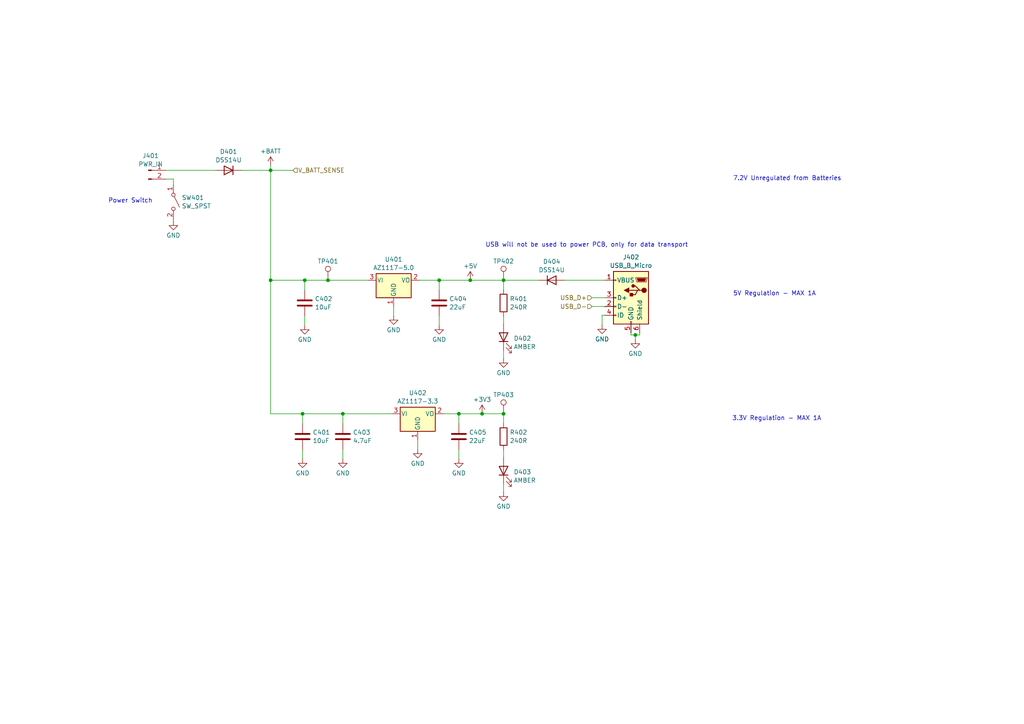
<source format=kicad_sch>
(kicad_sch (version 20231120) (generator "eeschema") (generator_version "8.0")
  (paper "A4")
  (title_block (title "Anduril-1 Flight Computer") (date "2024-02-22") (rev "V1.0") (company "UVic Rocketry"))
  (lib_symbols
    (symbol "Connector:Conn_01x02_Pin" (pin_names (offset 1.016) hide)
      (property "Reference" "J" (at 0 2.54 0))
      (property "Value" "Conn_01x02_Pin" (at 0 -5.08 0))
      (symbol "Conn_01x02_Pin_1_1"
        (polyline (pts (xy 1.27 -2.54) (xy 0.8636 -2.54)) (stroke (width 0.1524)))
        (polyline (pts (xy 1.27 0) (xy 0.8636 0)) (stroke (width 0.1524)))
        (rectangle (start 0.8636 -2.413) (end 0 -2.667) (stroke (width 0.1524)) (fill (type outline)))
        (rectangle (start 0.8636 0.127) (end 0 -0.127) (stroke (width 0.1524)) (fill (type outline)))
        (pin passive line (at 5.08 0 180) (length 3.81) (name "Pin_1") (number "1"))
        (pin passive line (at 5.08 -2.54 180) (length 3.81) (name "Pin_2") (number "2"))
      )
    )
    (symbol "Connector:TestPoint" (pin_numbers hide) (pin_names (offset 0.762) hide)
      (property "Reference" "TP" (at 0 6.858 0))
      (property "Value" "TestPoint" (at 0 5.08 0))
      (symbol "TestPoint_0_1"
        (circle (center 0 3.302) (radius 0.762))
      )
      (symbol "TestPoint_1_1"
        (pin passive line (at 0 0 90) (length 2.54) (name "1") (number "1"))
      )
    )
    (symbol "Connector:USB_B_Micro" (pin_names (offset 1.016))
      (property "Reference" "J" (at -5.08 11.43 0))
      (property "Value" "USB_B_Micro" (at -5.08 8.89 0))
      (symbol "USB_B_Micro_0_1"
        (rectangle (start -5.08 -7.62) (end 5.08 7.62) (stroke (width 0.254)) (fill (type background)))
        (circle (center -3.81 2.159) (radius 0.635) (stroke (width 0.254)) (fill (type outline)))
        (circle (center -0.635 3.429) (radius 0.381) (stroke (width 0.254)) (fill (type outline)))
        (rectangle (start -0.127 -7.62) (end 0.127 -6.858))
        (polyline (pts (xy -1.905 2.159) (xy 0.635 2.159)) (stroke (width 0.254)))
        (polyline (pts (xy -3.175 2.159) (xy -2.54 2.159) (xy -1.27 3.429) (xy -0.635 3.429)) (stroke (width 0.254)))
        (polyline (pts (xy -2.54 2.159) (xy -1.905 2.159) (xy -1.27 0.889) (xy 0 0.889)) (stroke (width 0.254)))
        (polyline (pts (xy 0.635 2.794) (xy 0.635 1.524) (xy 1.905 2.159) (xy 0.635 2.794)) (stroke (width 0.254)) (fill (type outline)))
        (polyline (pts (xy -4.318 5.588) (xy -1.778 5.588) (xy -2.032 4.826) (xy -4.064 4.826) (xy -4.318 5.588)) (fill (type outline)))
        (polyline (pts (xy -4.699 5.842) (xy -4.699 5.588) (xy -4.445 4.826) (xy -4.445 4.572) (xy -1.651 4.572) (xy -1.651 4.826) (xy -1.397 5.588) (xy -1.397 5.842) (xy -4.699 5.842)))
        (rectangle (start 0.254 1.27) (end -0.508 0.508) (stroke (width 0.254)) (fill (type outline)))
        (rectangle (start 5.08 -5.207) (end 4.318 -4.953))
        (rectangle (start 5.08 -2.667) (end 4.318 -2.413))
        (rectangle (start 5.08 -0.127) (end 4.318 0.127))
        (rectangle (start 5.08 4.953) (end 4.318 5.207))
      )
      (symbol "USB_B_Micro_1_1"
        (pin power_out line (at 7.62 5.08 180) (length 2.54) (name "VBUS") (number "1"))
        (pin bidirectional line (at 7.62 -2.54 180) (length 2.54) (name "D-") (number "2"))
        (pin bidirectional line (at 7.62 0 180) (length 2.54) (name "D+") (number "3"))
        (pin passive line (at 7.62 -5.08 180) (length 2.54) (name "ID") (number "4"))
        (pin power_out line (at 0 -10.16 90) (length 2.54) (name "GND") (number "5"))
        (pin passive line (at -2.54 -10.16 90) (length 2.54) (name "Shield") (number "6"))
      )
    )
    (symbol "Device:C" (pin_numbers hide) (pin_names (offset 0.254))
      (property "Reference" "C" (at 0.635 2.54 0))
      (property "Value" "C" (at 0.635 -2.54 0))
      (symbol "C_0_1"
        (polyline (pts (xy -2.032 -0.762) (xy 2.032 -0.762)) (stroke (width 0.508)))
        (polyline (pts (xy -2.032 0.762) (xy 2.032 0.762)) (stroke (width 0.508)))
      )
      (symbol "C_1_1"
        (pin passive line (at 0 3.81 270) (length 2.794) (name "~") (number "1"))
        (pin passive line (at 0 -3.81 90) (length 2.794) (name "~") (number "2"))
      )
    )
    (symbol "Device:D" (pin_numbers hide) (pin_names (offset 1.016) hide)
      (property "Reference" "D" (at 0 2.54 0))
      (property "Value" "D" (at 0 -2.54 0))
      (symbol "D_0_1"
        (polyline (pts (xy -1.27 1.27) (xy -1.27 -1.27)) (stroke (width 0.254)))
        (polyline (pts (xy 1.27 0) (xy -1.27 0)))
        (polyline (pts (xy 1.27 1.27) (xy 1.27 -1.27) (xy -1.27 0) (xy 1.27 1.27)) (stroke (width 0.254)))
      )
      (symbol "D_1_1"
        (pin passive line (at -3.81 0 0) (length 2.54) (name "K") (number "1"))
        (pin passive line (at 3.81 0 180) (length 2.54) (name "A") (number "2"))
      )
    )
    (symbol "Device:LED" (pin_numbers hide) (pin_names (offset 1.016) hide)
      (property "Reference" "D" (at 0 2.54 0))
      (property "Value" "LED" (at 0 -2.54 0))
      (symbol "LED_0_1"
        (polyline (pts (xy -1.27 -1.27) (xy -1.27 1.27)) (stroke (width 0.254)))
        (polyline (pts (xy -1.27 0) (xy 1.27 0)))
        (polyline (pts (xy 1.27 -1.27) (xy 1.27 1.27) (xy -1.27 0) (xy 1.27 -1.27)) (stroke (width 0.254)))
        (polyline (pts (xy -3.048 -0.762) (xy -4.572 -2.286) (xy -3.81 -2.286) (xy -4.572 -2.286) (xy -4.572 -1.524)))
        (polyline (pts (xy -1.778 -0.762) (xy -3.302 -2.286) (xy -2.54 -2.286) (xy -3.302 -2.286) (xy -3.302 -1.524)))
      )
      (symbol "LED_1_1"
        (pin passive line (at -3.81 0 0) (length 2.54) (name "K") (number "1"))
        (pin passive line (at 3.81 0 180) (length 2.54) (name "A") (number "2"))
      )
    )
    (symbol "Device:R" (pin_numbers hide) (pin_names (offset 0))
      (property "Reference" "R" (at 2.032 0 90))
      (property "Value" "R" (at 0 0 90))
      (symbol "R_0_1"
        (rectangle (start -1.016 -2.54) (end 1.016 2.54) (stroke (width 0.254)))
      )
      (symbol "R_1_1"
        (pin passive line (at 0 3.81 270) (length 1.27) (name "~") (number "1"))
        (pin passive line (at 0 -3.81 90) (length 1.27) (name "~") (number "2"))
      )
    )
    (symbol "Regulator_Linear:AZ1117-3.3" (pin_names (offset 0.254))
      (property "Reference" "U" (at -3.81 3.175 0))
      (property "Value" "AZ1117-3.3" (at 0 3.175 0))
      (symbol "AZ1117-3.3_0_1"
        (rectangle (start -5.08 1.905) (end 5.08 -5.08) (stroke (width 0.254)) (fill (type background)))
      )
      (symbol "AZ1117-3.3_1_1"
        (pin power_in line (at 0 -7.62 90) (length 2.54) (name "GND") (number "1"))
        (pin power_out line (at 7.62 0 180) (length 2.54) (name "VO") (number "2"))
        (pin power_in line (at -7.62 0 0) (length 2.54) (name "VI") (number "3"))
      )
    )
    (symbol "Regulator_Linear:AZ1117-5.0" (pin_names (offset 0.254))
      (property "Reference" "U" (at -3.81 3.175 0))
      (property "Value" "AZ1117-5.0" (at 0 3.175 0))
      (symbol "AZ1117-5.0_0_1"
        (rectangle (start -5.08 1.905) (end 5.08 -5.08) (stroke (width 0.254)) (fill (type background)))
      )
      (symbol "AZ1117-5.0_1_1"
        (pin power_in line (at 0 -7.62 90) (length 2.54) (name "GND") (number "1"))
        (pin power_out line (at 7.62 0 180) (length 2.54) (name "VO") (number "2"))
        (pin power_in line (at -7.62 0 0) (length 2.54) (name "VI") (number "3"))
      )
    )
    (symbol "Switch:SW_SPST" (pin_names (offset 0) hide)
      (property "Reference" "SW" (at 0 3.175 0))
      (property "Value" "SW_SPST" (at 0 -2.54 0))
      (symbol "SW_SPST_0_0"
        (circle (center -2.032 0) (radius 0.508))
        (polyline (pts (xy -1.524 0.254) (xy 1.524 1.778)))
        (circle (center 2.032 0) (radius 0.508))
      )
      (symbol "SW_SPST_1_1"
        (pin passive line (at -5.08 0 0) (length 2.54) (name "A") (number "1"))
        (pin passive line (at 5.08 0 180) (length 2.54) (name "B") (number "2"))
      )
    )
    (symbol "power:+3V3" (power) (pin_names (offset 0))
      (property "Value" "+3V3" (at 0 3.556 0))
      (symbol "+3V3_0_1"
        (polyline (pts (xy -0.762 1.27) (xy 0 2.54)))
        (polyline (pts (xy 0 0) (xy 0 2.54)))
        (polyline (pts (xy 0 2.54) (xy 0.762 1.27)))
      )
      (symbol "+3V3_1_1"
        (pin power_in line (at 0 0 90) (length 0) hide (name "+3V3") (number "1"))
      )
    )
    (symbol "power:+5V" (power) (pin_names (offset 0))
      (property "Value" "+5V" (at 0 3.556 0))
      (symbol "+5V_0_1"
        (polyline (pts (xy -0.762 1.27) (xy 0 2.54)))
        (polyline (pts (xy 0 0) (xy 0 2.54)))
        (polyline (pts (xy 0 2.54) (xy 0.762 1.27)))
      )
      (symbol "+5V_1_1"
        (pin power_in line (at 0 0 90) (length 0) hide (name "+5V") (number "1"))
      )
    )
    (symbol "power:+BATT" (power) (pin_names (offset 0))
      (property "Value" "+BATT" (at 0 3.556 0))
      (symbol "+BATT_0_1"
        (polyline (pts (xy -0.762 1.27) (xy 0 2.54)))
        (polyline (pts (xy 0 0) (xy 0 2.54)))
        (polyline (pts (xy 0 2.54) (xy 0.762 1.27)))
      )
      (symbol "+BATT_1_1"
        (pin power_in line (at 0 0 90) (length 0) hide (name "+BATT") (number "1"))
      )
    )
    (symbol "power:GND" (power) (pin_names (offset 0))
      (property "Value" "GND" (at 0 -3.81 0))
      (symbol "GND_0_1"
        (polyline (pts (xy 0 0) (xy 0 -1.27) (xy 1.27 -1.27) (xy 0 -2.54) (xy -1.27 -1.27) (xy 0 -1.27)))
      )
      (symbol "GND_1_1"
        (pin power_in line (at 0 0 270) (length 0) hide (name "GND") (number "1"))
      )
    )
  )
  (junction (at 133.0904 120.015))
  (junction (at 136.398 81.28))
  (junction (at 146.05 81.28))
  (junction (at 78.486 49.403))
  (junction (at 127.381 81.28))
  (junction (at 95.123 81.28))
  (junction (at 146.05 120.015))
  (junction (at 78.486 81.28))
  (junction (at 139.827 120.015))
  (junction (at 87.757 120.015))
  (junction (at 184.277 97.155))
  (junction (at 88.392 81.28))
  (junction (at 99.441 120.015))
  (wire (pts (xy 121.158 127.635) (xy 121.158 130.302)))
  (wire (pts (xy 87.757 120.015) (xy 99.441 120.015)))
  (wire (pts (xy 78.486 49.403) (xy 78.486 81.28)))
  (wire (pts (xy 146.05 81.28) (xy 146.05 84.074)))
  (wire (pts (xy 183.007 96.52) (xy 183.007 97.155)))
  (wire (pts (xy 87.757 130.429) (xy 87.757 133.096)))
  (wire (pts (xy 99.441 120.015) (xy 99.441 122.809)))
  (wire (pts (xy 146.05 120.015) (xy 146.05 122.809)))
  (wire (pts (xy 127.381 91.694) (xy 127.381 94.361)))
  (wire (pts (xy 121.793 81.28) (xy 127.381 81.28)))
  (wire (pts (xy 50.292 63.627) (xy 50.292 64.135)))
  (wire (pts (xy 99.441 130.429) (xy 99.441 133.096)))
  (wire (pts (xy 184.277 97.155) (xy 184.277 98.425)))
  (wire (pts (xy 78.486 81.28) (xy 88.392 81.28)))
  (wire (pts (xy 146.05 130.429) (xy 146.05 132.715)))
  (wire (pts (xy 175.387 86.36) (xy 171.704 86.36)))
  (wire (pts (xy 146.05 91.694) (xy 146.05 93.98)))
  (wire (pts (xy 87.757 120.015) (xy 87.757 122.809)))
  (wire (pts (xy 78.486 48.006) (xy 78.486 49.403)))
  (wire (pts (xy 95.123 81.28) (xy 106.553 81.28)))
  (wire (pts (xy 48.133 51.943) (xy 50.292 51.943)))
  (wire (pts (xy 114.173 88.9) (xy 114.173 91.567)))
  (wire (pts (xy 185.547 96.52) (xy 185.547 97.155)))
  (wire (pts (xy 127.381 81.28) (xy 127.381 84.074)))
  (wire (pts (xy 184.277 97.155) (xy 183.007 97.155)))
  (wire (pts (xy 175.387 88.9) (xy 171.704 88.9)))
  (wire (pts (xy 128.778 120.015) (xy 133.0904 120.015)))
  (wire (pts (xy 99.441 120.015) (xy 113.538 120.015)))
  (wire (pts (xy 88.392 91.694) (xy 88.392 94.361)))
  (wire (pts (xy 48.133 49.403) (xy 62.484 49.403)))
  (wire (pts (xy 78.486 120.015) (xy 87.757 120.015)))
  (wire (pts (xy 146.05 81.28) (xy 156.21 81.28)))
  (wire (pts (xy 88.392 81.28) (xy 88.392 84.074)))
  (wire (pts (xy 175.387 81.28) (xy 163.83 81.28)))
  (wire (pts (xy 88.392 81.28) (xy 95.123 81.28)))
  (wire (pts (xy 133.0904 120.015) (xy 133.0904 122.809)))
  (wire (pts (xy 185.547 97.155) (xy 184.277 97.155)))
  (wire (pts (xy 78.486 120.015) (xy 78.486 81.28)))
  (wire (pts (xy 133.0904 130.429) (xy 133.0904 133.096)))
  (wire (pts (xy 136.398 81.28) (xy 146.05 81.28)))
  (wire (pts (xy 70.104 49.403) (xy 78.486 49.403)))
  (wire (pts (xy 50.292 51.943) (xy 50.292 53.467)))
  (wire (pts (xy 174.625 91.44) (xy 174.625 94.234)))
  (wire (pts (xy 78.486 49.403) (xy 84.963 49.403)))
  (wire (pts (xy 133.0904 120.015) (xy 139.827 120.015)))
  (wire (pts (xy 146.05 101.6) (xy 146.05 104.013)))
  (wire (pts (xy 175.387 91.44) (xy 174.625 91.44)))
  (wire (pts (xy 127.381 81.28) (xy 136.398 81.28)))
  (wire (pts (xy 139.827 120.015) (xy 146.05 120.015)))
  (wire (pts (xy 146.05 140.335) (xy 146.05 142.748)))
  (text "USB will not be used to power PCB, only for data transport" (at 170.18 71.12 0) (effects (font (size 1.27 1.27))))
  (text "3.3V Regulation - MAX 1A" (at 212.344 122.174 0) (effects (font (size 1.27 1.27)) (justify left bottom)))
  (text "7.2V Unregulated from Batteries" (at 212.598 52.578 0) (effects (font (size 1.27 1.27)) (justify left bottom)))
  (text "Power Switch" (at 31.369 59.055 0) (effects (font (size 1.27 1.27)) (justify left bottom)))
  (text "5V Regulation - MAX 1A\n" (at 212.598 85.979 0) (effects (font (size 1.27 1.27)) (justify left bottom)))
  (hierarchical_label "USB_D-" (shape input) (at 171.704 88.9 180))
  (hierarchical_label "V_BATT_SENSE" (shape input) (at 84.963 49.403 0))
  (hierarchical_label "USB_D+" (shape input) (at 171.704 86.36 180))
  (symbol (lib_id "Connector:TestPoint") (at 146.05 81.28 0) (unit 1)
    (property "Reference" "TP402" (at 146.05 75.057 0) (effects (justify top)))
    (property "Footprint" "TestPoint:TestPoint_THTPad_D1.0mm_Drill0.5mm" (effects (hide yes)))
  )
  (symbol (lib_id "Connector:USB_B_Micro") (at 183.007 86.36 0) (mirror y) (unit 1)
    (property "Reference" "J402" (at 183.007 74.5957 0))
    (property "Value" "USB_B_Micro" (at 183.007 77.0199 0))
    (property "Footprint" "Connector_USB:USB_Micro-B_Amphenol_10104110_Horizontal" (effects (hide yes)))
    (property "Description" "Micro-USB" (effects (hide yes)))
    (property "DK_Number" "609-4052-1-ND" (effects (hide yes)))
  )
  (symbol (lib_id "power:+3V3") (at 139.827 120.015 0) (unit 1)
    (property "Reference" "#PWR0411" (effects (hide yes)))
    (property "Value" "+3V3" (at 139.827 115.8819 0))
  )
  (symbol (lib_id "Regulator_Linear:AZ1117-5.0") (at 114.173 81.28 0) (unit 1)
    (property "Reference" "U401" (at 114.173 75.2307 0))
    (property "Value" "AZ1117-5.0" (at 114.173 77.6549 0))
    (property "Footprint" "Package_TO_SOT_SMD:SOT-223-3_TabPin2" (effects (hide yes)))
    (property "Datasheet" "https://www.diodes.com/assets/Datasheets/AZ1117.pdf" (effects (hide yes)))
    (property "DK_Number" "AZ1117IH-5.0TRG1DICT-ND" (effects (hide yes)))
  )
  (symbol (lib_id "Device:C") (at 99.441 126.619 0) (unit 1)
    (property "Reference" "C403" (at 102.362 125.4069 0) (effects (justify left)))
    (property "Value" "4.7uF" (at 102.362 127.8311 0) (effects (justify left)))
    (property "Footprint" "Capacitor_SMD:C_0603_1608Metric_Pad1.08x0.95mm_HandSolder" (effects (hide yes)))
    (property "Description" "4.7u 0603" (effects (hide yes)))
    (property "DK_Number" "490-7203-1-ND" (effects (hide yes)))
  )
  (symbol (lib_id "Device:R") (at 146.05 87.884 0) (unit 1)
    (property "Reference" "R401" (at 147.828 86.6719 0) (effects (justify left)))
    (property "Value" "240R" (at 147.828 89.0961 0) (effects (justify left)))
    (property "Footprint" "Resistor_SMD:R_0603_1608Metric_Pad0.98x0.95mm_HandSolder" (effects (hide yes)))
    (property "Description" "240R 0603" (effects (hide yes)))
    (property "DK_Number" "YAG3582CT-ND" (effects (hide yes)))
  )
  (symbol (lib_id "Device:LED") (at 146.05 97.79 90) (unit 1)
    (property "Reference" "D402" (at 148.971 98.1654 90) (effects (justify right)))
    (property "Value" "AMBER" (at 148.971 100.5896 90) (effects (justify right)))
    (property "Footprint" "LED_SMD:LED_1206_3216Metric" (effects (hide yes)))
    (property "Description" "Amber 1206" (effects (hide yes)))
    (property "DK_Number" "732-4988-1-ND" (effects (hide yes)))
  )
  (symbol (lib_id "Connector:Conn_01x02_Pin") (at 43.053 49.403 0) (unit 1)
    (property "Reference" "J401" (at 43.688 45.1825 0))
    (property "Value" "PWR_IN" (at 43.688 47.6067 0))
    (property "Footprint" "Connector_PinSocket_2.54mm:PinSocket_1x02_P2.54mm_Vertical" (effects (hide yes)))
    (property "Description" "Socket 1x2 2.54" (effects (hide yes)))
  )
  (symbol (lib_id "Device:C") (at 133.0904 126.619 0) (unit 1)
    (property "Reference" "C405" (at 136.0114 125.4069 0) (effects (justify left)))
    (property "Value" "22uF" (at 136.0114 127.8311 0) (effects (justify left)))
    (property "Footprint" "Capacitor_SMD:C_0603_1608Metric_Pad1.08x0.95mm_HandSolder" (effects (hide yes)))
    (property "Description" "22uF 0603" (effects (hide yes)))
    (property "DK_Number" "490-10476-1-ND" (effects (hide yes)))
  )
  (symbol (lib_id "power:GND") (at 127.381 94.361 0) (unit 1)
    (property "Reference" "#PWR0408" (effects (hide yes)))
    (property "Value" "GND" (at 127.381 98.4941 0))
  )
  (symbol (lib_id "power:GND") (at 99.441 133.096 0) (unit 1)
    (property "Reference" "#PWR0405" (effects (hide yes)))
    (property "Value" "GND" (at 99.441 137.2291 0))
  )
  (symbol (lib_id "Device:R") (at 146.05 126.619 0) (unit 1)
    (property "Reference" "R402" (at 147.828 125.4069 0) (effects (justify left)))
    (property "Value" "240R" (at 147.828 127.8311 0) (effects (justify left)))
    (property "Footprint" "Resistor_SMD:R_0603_1608Metric_Pad0.98x0.95mm_HandSolder" (effects (hide yes)))
    (property "Description" "240R 0603" (effects (hide yes)))
    (property "DK_Number" "YAG3582CT-ND" (effects (hide yes)))
  )
  (symbol (lib_id "power:+5V") (at 136.398 81.28 0) (unit 1)
    (property "Reference" "#PWR0410" (effects (hide yes)))
    (property "Value" "+5V" (at 136.398 77.1469 0))
  )
  (symbol (lib_id "power:GND") (at 133.0904 133.096 0) (unit 1)
    (property "Reference" "#PWR0409" (effects (hide yes)))
    (property "Value" "GND" (at 133.0904 137.2291 0))
  )
  (symbol (lib_id "power:+BATT") (at 78.486 48.006 0) (unit 1)
    (property "Reference" "#PWR0402" (effects (hide yes)))
    (property "Value" "+BATT" (at 78.486 43.8729 0))
  )
  (symbol (lib_id "Device:D") (at 66.294 49.403 180) (unit 1)
    (property "Reference" "D401" (at 66.294 43.9887 0))
    (property "Value" "DSS14U" (at 66.294 46.4129 0))
    (property "Footprint" "Diode_SMD:D_SOD-123F" (effects (hide yes)))
    (property "Description" "Diode SOD-123F" (effects (hide yes)))
    (property "Sim.Device" "D" (effects (hide yes)))
    (property "Sim.Pins" "1=K 2=A" (effects (hide yes)))
    (property "DK_Number" "1655-DSS14UCT-ND" (effects (hide yes)))
  )
  (symbol (lib_id "power:GND") (at 114.173 91.567 0) (unit 1)
    (property "Reference" "#PWR0406" (effects (hide yes)))
    (property "Value" "GND" (at 114.173 95.7001 0))
  )
  (symbol (lib_id "Device:C") (at 127.381 87.884 0) (unit 1)
    (property "Reference" "C404" (at 130.302 86.6719 0) (effects (justify left)))
    (property "Value" "22uF" (at 130.302 89.0961 0) (effects (justify left)))
    (property "Footprint" "Capacitor_SMD:C_0603_1608Metric_Pad1.08x0.95mm_HandSolder" (effects (hide yes)))
    (property "Description" "22uF 0603" (effects (hide yes)))
    (property "DK_Number" "490-10476-1-ND" (effects (hide yes)))
  )
  (symbol (lib_id "power:GND") (at 121.158 130.302 0) (unit 1)
    (property "Reference" "#PWR0407" (effects (hide yes)))
    (property "Value" "GND" (at 121.158 134.4351 0))
  )
  (symbol (lib_id "Switch:SW_SPST") (at 50.292 58.547 270) (unit 1)
    (property "Reference" "SW401" (at 52.705 57.3349 90) (effects (justify left)))
    (property "Value" "SW_SPST" (at 52.705 59.7591 90) (effects (justify left)))
    (property "Footprint" "Connector_PinHeader_2.54mm:PinHeader_1x02_P2.54mm_Vertical" (effects (hide yes)))
    (property "Description" "Header 1x2 2.54" (effects (hide yes)))
    (property "DK_Number" "CKN9559-ND" (effects (hide yes)))
  )
  (symbol (lib_id "power:GND") (at 87.757 133.096 0) (unit 1)
    (property "Reference" "#PWR0403" (effects (hide yes)))
    (property "Value" "GND" (at 87.757 137.2291 0))
  )
  (symbol (lib_id "Device:C") (at 87.757 126.619 0) (unit 1)
    (property "Reference" "C401" (at 90.678 125.4069 0) (effects (justify left)))
    (property "Value" "10uF" (at 90.678 127.8311 0) (effects (justify left)))
    (property "Footprint" "Capacitor_SMD:C_0603_1608Metric_Pad1.08x0.95mm_HandSolder" (effects (hide yes)))
    (property "Description" "10uF 0603" (effects (hide yes)))
    (property "DK_Number" "490-7201-1-ND" (effects (hide yes)))
  )
  (symbol (lib_id "power:GND") (at 50.292 64.135 0) (unit 1)
    (property "Reference" "#PWR0401" (effects (hide yes)))
    (property "Value" "GND" (at 50.292 68.2681 0))
  )
  (symbol (lib_id "Device:LED") (at 146.05 136.525 90) (unit 1)
    (property "Reference" "D403" (at 148.971 136.9004 90) (effects (justify right)))
    (property "Value" "AMBER" (at 148.971 139.3246 90) (effects (justify right)))
    (property "Footprint" "LED_SMD:LED_1206_3216Metric" (effects (hide yes)))
    (property "Description" "Amber 1206" (effects (hide yes)))
    (property "DK_Number" "732-4988-1-ND" (effects (hide yes)))
  )
  (symbol (lib_id "Device:D") (at 160.02 81.28 0) (mirror x) (unit 1)
    (property "Reference" "D404" (at 160.02 75.8657 0))
    (property "Value" "DSS14U" (at 160.02 78.2899 0))
    (property "Footprint" "Diode_SMD:D_SOD-123F" (effects (hide yes)))
    (property "Description" "Diode SOD-123F" (effects (hide yes)))
    (property "Sim.Device" "D" (effects (hide yes)))
    (property "Sim.Pins" "1=K 2=A" (effects (hide yes)))
    (property "DK_Number" "1655-DSS14UCT-ND" (effects (hide yes)))
  )
  (symbol (lib_id "Connector:TestPoint") (at 146.05 120.015 0) (unit 1)
    (property "Reference" "TP403" (at 146.05 113.792 0) (effects (justify top)))
    (property "Footprint" "TestPoint:TestPoint_THTPad_D1.0mm_Drill0.5mm" (effects (hide yes)))
  )
  (symbol (lib_id "power:GND") (at 184.277 98.425 0) (mirror y) (unit 1)
    (property "Reference" "#PWR0415" (effects (hide yes)))
    (property "Value" "GND" (at 184.277 102.5581 0))
  )
  (symbol (lib_id "Connector:TestPoint") (at 95.123 81.28 0) (unit 1)
    (property "Reference" "TP401" (at 95.123 75.057 0) (effects (justify top)))
    (property "Footprint" "TestPoint:TestPoint_THTPad_D1.0mm_Drill0.5mm" (effects (hide yes)))
  )
  (symbol (lib_id "power:GND") (at 146.05 104.013 0) (unit 1)
    (property "Reference" "#PWR0412" (effects (hide yes)))
    (property "Value" "GND" (at 146.05 108.1461 0))
  )
  (symbol (lib_id "Regulator_Linear:AZ1117-3.3") (at 121.158 120.015 0) (unit 1)
    (property "Reference" "U402" (at 121.158 113.9657 0))
    (property "Value" "AZ1117-3.3" (at 121.158 116.3899 0))
    (property "Footprint" "Package_TO_SOT_SMD:SOT-223-3_TabPin2" (effects (hide yes)))
    (property "Datasheet" "https://www.diodes.com/assets/Datasheets/AZ1117.pdf" (effects (hide yes)))
    (property "DK_Number" "AZ1117IH-3.3TRG1DICT-ND" (effects (hide yes)))
  )
  (symbol (lib_id "power:GND") (at 88.392 94.361 0) (unit 1)
    (property "Reference" "#PWR0404" (effects (hide yes)))
    (property "Value" "GND" (at 88.392 98.4941 0))
  )
  (symbol (lib_id "power:GND") (at 174.625 94.234 0) (mirror y) (unit 1)
    (property "Reference" "#PWR0414" (effects (hide yes)))
    (property "Value" "GND" (at 174.625 98.3671 0))
  )
  (symbol (lib_id "Device:C") (at 88.392 87.884 0) (unit 1)
    (property "Reference" "C402" (at 91.313 86.6719 0) (effects (justify left)))
    (property "Value" "10uF" (at 91.313 89.0961 0) (effects (justify left)))
    (property "Footprint" "Capacitor_SMD:C_0603_1608Metric_Pad1.08x0.95mm_HandSolder" (effects (hide yes)))
    (property "Description" "10uF 0603" (effects (hide yes)))
    (property "DK_Number" "490-7201-1-ND" (effects (hide yes)))
  )
  (symbol (lib_id "power:GND") (at 146.05 142.748 0) (unit 1)
    (property "Reference" "#PWR0413" (effects (hide yes)))
    (property "Value" "GND" (at 146.05 146.8811 0))
  )
)
</source>
